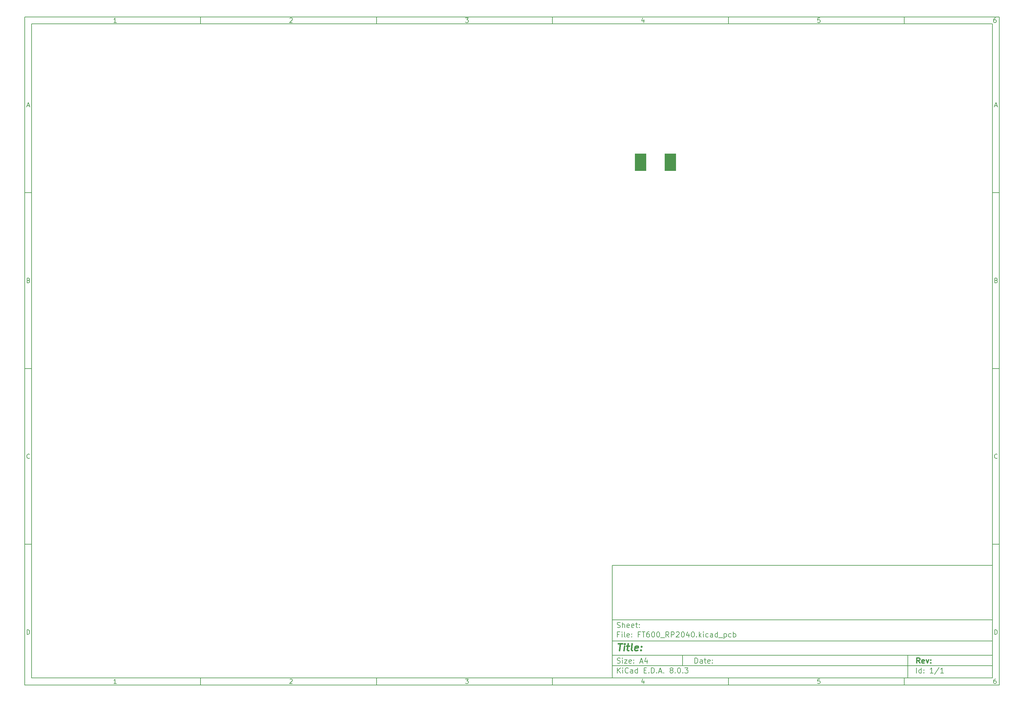
<source format=gbr>
%TF.GenerationSoftware,KiCad,Pcbnew,8.0.3-8.0.3-0~ubuntu22.04.1*%
%TF.CreationDate,2024-09-16T11:35:51+02:00*%
%TF.ProjectId,FT600_RP2040,46543630-305f-4525-9032-3034302e6b69,rev?*%
%TF.SameCoordinates,PX7735940PY61c06a0*%
%TF.FileFunction,Paste,Bot*%
%TF.FilePolarity,Positive*%
%FSLAX46Y46*%
G04 Gerber Fmt 4.6, Leading zero omitted, Abs format (unit mm)*
G04 Created by KiCad (PCBNEW 8.0.3-8.0.3-0~ubuntu22.04.1) date 2024-09-16 11:35:51*
%MOMM*%
%LPD*%
G01*
G04 APERTURE LIST*
%ADD10C,0.100000*%
%ADD11C,0.150000*%
%ADD12C,0.300000*%
%ADD13C,0.400000*%
%ADD14R,3.200000X4.900000*%
G04 APERTURE END LIST*
D10*
D11*
X52002200Y-63507200D02*
X160002200Y-63507200D01*
X160002200Y-95507200D01*
X52002200Y-95507200D01*
X52002200Y-63507200D01*
D10*
D11*
X-115000000Y92500000D02*
X162002200Y92500000D01*
X162002200Y-97507200D01*
X-115000000Y-97507200D01*
X-115000000Y92500000D01*
D10*
D11*
X-113000000Y90500000D02*
X160002200Y90500000D01*
X160002200Y-95507200D01*
X-113000000Y-95507200D01*
X-113000000Y90500000D01*
D10*
D11*
X-65000000Y90500000D02*
X-65000000Y92500000D01*
D10*
D11*
X-15000000Y90500000D02*
X-15000000Y92500000D01*
D10*
D11*
X35000000Y90500000D02*
X35000000Y92500000D01*
D10*
D11*
X85000000Y90500000D02*
X85000000Y92500000D01*
D10*
D11*
X135000000Y90500000D02*
X135000000Y92500000D01*
D10*
D11*
X-88910840Y90906396D02*
X-89653697Y90906396D01*
X-89282269Y90906396D02*
X-89282269Y92206396D01*
X-89282269Y92206396D02*
X-89406078Y92020681D01*
X-89406078Y92020681D02*
X-89529888Y91896872D01*
X-89529888Y91896872D02*
X-89653697Y91834967D01*
D10*
D11*
X-39653697Y92082586D02*
X-39591793Y92144491D01*
X-39591793Y92144491D02*
X-39467983Y92206396D01*
X-39467983Y92206396D02*
X-39158459Y92206396D01*
X-39158459Y92206396D02*
X-39034650Y92144491D01*
X-39034650Y92144491D02*
X-38972745Y92082586D01*
X-38972745Y92082586D02*
X-38910840Y91958777D01*
X-38910840Y91958777D02*
X-38910840Y91834967D01*
X-38910840Y91834967D02*
X-38972745Y91649253D01*
X-38972745Y91649253D02*
X-39715602Y90906396D01*
X-39715602Y90906396D02*
X-38910840Y90906396D01*
D10*
D11*
X10284398Y92206396D02*
X11089160Y92206396D01*
X11089160Y92206396D02*
X10655826Y91711158D01*
X10655826Y91711158D02*
X10841541Y91711158D01*
X10841541Y91711158D02*
X10965350Y91649253D01*
X10965350Y91649253D02*
X11027255Y91587348D01*
X11027255Y91587348D02*
X11089160Y91463539D01*
X11089160Y91463539D02*
X11089160Y91154015D01*
X11089160Y91154015D02*
X11027255Y91030205D01*
X11027255Y91030205D02*
X10965350Y90968300D01*
X10965350Y90968300D02*
X10841541Y90906396D01*
X10841541Y90906396D02*
X10470112Y90906396D01*
X10470112Y90906396D02*
X10346303Y90968300D01*
X10346303Y90968300D02*
X10284398Y91030205D01*
D10*
D11*
X60965350Y91773062D02*
X60965350Y90906396D01*
X60655826Y92268300D02*
X60346303Y91339729D01*
X60346303Y91339729D02*
X61151064Y91339729D01*
D10*
D11*
X111027255Y92206396D02*
X110408207Y92206396D01*
X110408207Y92206396D02*
X110346303Y91587348D01*
X110346303Y91587348D02*
X110408207Y91649253D01*
X110408207Y91649253D02*
X110532017Y91711158D01*
X110532017Y91711158D02*
X110841541Y91711158D01*
X110841541Y91711158D02*
X110965350Y91649253D01*
X110965350Y91649253D02*
X111027255Y91587348D01*
X111027255Y91587348D02*
X111089160Y91463539D01*
X111089160Y91463539D02*
X111089160Y91154015D01*
X111089160Y91154015D02*
X111027255Y91030205D01*
X111027255Y91030205D02*
X110965350Y90968300D01*
X110965350Y90968300D02*
X110841541Y90906396D01*
X110841541Y90906396D02*
X110532017Y90906396D01*
X110532017Y90906396D02*
X110408207Y90968300D01*
X110408207Y90968300D02*
X110346303Y91030205D01*
D10*
D11*
X160965350Y92206396D02*
X160717731Y92206396D01*
X160717731Y92206396D02*
X160593922Y92144491D01*
X160593922Y92144491D02*
X160532017Y92082586D01*
X160532017Y92082586D02*
X160408207Y91896872D01*
X160408207Y91896872D02*
X160346303Y91649253D01*
X160346303Y91649253D02*
X160346303Y91154015D01*
X160346303Y91154015D02*
X160408207Y91030205D01*
X160408207Y91030205D02*
X160470112Y90968300D01*
X160470112Y90968300D02*
X160593922Y90906396D01*
X160593922Y90906396D02*
X160841541Y90906396D01*
X160841541Y90906396D02*
X160965350Y90968300D01*
X160965350Y90968300D02*
X161027255Y91030205D01*
X161027255Y91030205D02*
X161089160Y91154015D01*
X161089160Y91154015D02*
X161089160Y91463539D01*
X161089160Y91463539D02*
X161027255Y91587348D01*
X161027255Y91587348D02*
X160965350Y91649253D01*
X160965350Y91649253D02*
X160841541Y91711158D01*
X160841541Y91711158D02*
X160593922Y91711158D01*
X160593922Y91711158D02*
X160470112Y91649253D01*
X160470112Y91649253D02*
X160408207Y91587348D01*
X160408207Y91587348D02*
X160346303Y91463539D01*
D10*
D11*
X-65000000Y-95507200D02*
X-65000000Y-97507200D01*
D10*
D11*
X-15000000Y-95507200D02*
X-15000000Y-97507200D01*
D10*
D11*
X35000000Y-95507200D02*
X35000000Y-97507200D01*
D10*
D11*
X85000000Y-95507200D02*
X85000000Y-97507200D01*
D10*
D11*
X135000000Y-95507200D02*
X135000000Y-97507200D01*
D10*
D11*
X-88910840Y-97100804D02*
X-89653697Y-97100804D01*
X-89282269Y-97100804D02*
X-89282269Y-95800804D01*
X-89282269Y-95800804D02*
X-89406078Y-95986519D01*
X-89406078Y-95986519D02*
X-89529888Y-96110328D01*
X-89529888Y-96110328D02*
X-89653697Y-96172233D01*
D10*
D11*
X-39653697Y-95924614D02*
X-39591793Y-95862709D01*
X-39591793Y-95862709D02*
X-39467983Y-95800804D01*
X-39467983Y-95800804D02*
X-39158459Y-95800804D01*
X-39158459Y-95800804D02*
X-39034650Y-95862709D01*
X-39034650Y-95862709D02*
X-38972745Y-95924614D01*
X-38972745Y-95924614D02*
X-38910840Y-96048423D01*
X-38910840Y-96048423D02*
X-38910840Y-96172233D01*
X-38910840Y-96172233D02*
X-38972745Y-96357947D01*
X-38972745Y-96357947D02*
X-39715602Y-97100804D01*
X-39715602Y-97100804D02*
X-38910840Y-97100804D01*
D10*
D11*
X10284398Y-95800804D02*
X11089160Y-95800804D01*
X11089160Y-95800804D02*
X10655826Y-96296042D01*
X10655826Y-96296042D02*
X10841541Y-96296042D01*
X10841541Y-96296042D02*
X10965350Y-96357947D01*
X10965350Y-96357947D02*
X11027255Y-96419852D01*
X11027255Y-96419852D02*
X11089160Y-96543661D01*
X11089160Y-96543661D02*
X11089160Y-96853185D01*
X11089160Y-96853185D02*
X11027255Y-96976995D01*
X11027255Y-96976995D02*
X10965350Y-97038900D01*
X10965350Y-97038900D02*
X10841541Y-97100804D01*
X10841541Y-97100804D02*
X10470112Y-97100804D01*
X10470112Y-97100804D02*
X10346303Y-97038900D01*
X10346303Y-97038900D02*
X10284398Y-96976995D01*
D10*
D11*
X60965350Y-96234138D02*
X60965350Y-97100804D01*
X60655826Y-95738900D02*
X60346303Y-96667471D01*
X60346303Y-96667471D02*
X61151064Y-96667471D01*
D10*
D11*
X111027255Y-95800804D02*
X110408207Y-95800804D01*
X110408207Y-95800804D02*
X110346303Y-96419852D01*
X110346303Y-96419852D02*
X110408207Y-96357947D01*
X110408207Y-96357947D02*
X110532017Y-96296042D01*
X110532017Y-96296042D02*
X110841541Y-96296042D01*
X110841541Y-96296042D02*
X110965350Y-96357947D01*
X110965350Y-96357947D02*
X111027255Y-96419852D01*
X111027255Y-96419852D02*
X111089160Y-96543661D01*
X111089160Y-96543661D02*
X111089160Y-96853185D01*
X111089160Y-96853185D02*
X111027255Y-96976995D01*
X111027255Y-96976995D02*
X110965350Y-97038900D01*
X110965350Y-97038900D02*
X110841541Y-97100804D01*
X110841541Y-97100804D02*
X110532017Y-97100804D01*
X110532017Y-97100804D02*
X110408207Y-97038900D01*
X110408207Y-97038900D02*
X110346303Y-96976995D01*
D10*
D11*
X160965350Y-95800804D02*
X160717731Y-95800804D01*
X160717731Y-95800804D02*
X160593922Y-95862709D01*
X160593922Y-95862709D02*
X160532017Y-95924614D01*
X160532017Y-95924614D02*
X160408207Y-96110328D01*
X160408207Y-96110328D02*
X160346303Y-96357947D01*
X160346303Y-96357947D02*
X160346303Y-96853185D01*
X160346303Y-96853185D02*
X160408207Y-96976995D01*
X160408207Y-96976995D02*
X160470112Y-97038900D01*
X160470112Y-97038900D02*
X160593922Y-97100804D01*
X160593922Y-97100804D02*
X160841541Y-97100804D01*
X160841541Y-97100804D02*
X160965350Y-97038900D01*
X160965350Y-97038900D02*
X161027255Y-96976995D01*
X161027255Y-96976995D02*
X161089160Y-96853185D01*
X161089160Y-96853185D02*
X161089160Y-96543661D01*
X161089160Y-96543661D02*
X161027255Y-96419852D01*
X161027255Y-96419852D02*
X160965350Y-96357947D01*
X160965350Y-96357947D02*
X160841541Y-96296042D01*
X160841541Y-96296042D02*
X160593922Y-96296042D01*
X160593922Y-96296042D02*
X160470112Y-96357947D01*
X160470112Y-96357947D02*
X160408207Y-96419852D01*
X160408207Y-96419852D02*
X160346303Y-96543661D01*
D10*
D11*
X-115000000Y42500000D02*
X-113000000Y42500000D01*
D10*
D11*
X-115000000Y-7500000D02*
X-113000000Y-7500000D01*
D10*
D11*
X-115000000Y-57500000D02*
X-113000000Y-57500000D01*
D10*
D11*
X-114309524Y67277824D02*
X-113690477Y67277824D01*
X-114433334Y66906396D02*
X-114000001Y68206396D01*
X-114000001Y68206396D02*
X-113566667Y66906396D01*
D10*
D11*
X-113907143Y17587348D02*
X-113721429Y17525443D01*
X-113721429Y17525443D02*
X-113659524Y17463539D01*
X-113659524Y17463539D02*
X-113597620Y17339729D01*
X-113597620Y17339729D02*
X-113597620Y17154015D01*
X-113597620Y17154015D02*
X-113659524Y17030205D01*
X-113659524Y17030205D02*
X-113721429Y16968300D01*
X-113721429Y16968300D02*
X-113845239Y16906396D01*
X-113845239Y16906396D02*
X-114340477Y16906396D01*
X-114340477Y16906396D02*
X-114340477Y18206396D01*
X-114340477Y18206396D02*
X-113907143Y18206396D01*
X-113907143Y18206396D02*
X-113783334Y18144491D01*
X-113783334Y18144491D02*
X-113721429Y18082586D01*
X-113721429Y18082586D02*
X-113659524Y17958777D01*
X-113659524Y17958777D02*
X-113659524Y17834967D01*
X-113659524Y17834967D02*
X-113721429Y17711158D01*
X-113721429Y17711158D02*
X-113783334Y17649253D01*
X-113783334Y17649253D02*
X-113907143Y17587348D01*
X-113907143Y17587348D02*
X-114340477Y17587348D01*
D10*
D11*
X-113597620Y-32969795D02*
X-113659524Y-33031700D01*
X-113659524Y-33031700D02*
X-113845239Y-33093604D01*
X-113845239Y-33093604D02*
X-113969048Y-33093604D01*
X-113969048Y-33093604D02*
X-114154762Y-33031700D01*
X-114154762Y-33031700D02*
X-114278572Y-32907890D01*
X-114278572Y-32907890D02*
X-114340477Y-32784080D01*
X-114340477Y-32784080D02*
X-114402381Y-32536461D01*
X-114402381Y-32536461D02*
X-114402381Y-32350747D01*
X-114402381Y-32350747D02*
X-114340477Y-32103128D01*
X-114340477Y-32103128D02*
X-114278572Y-31979319D01*
X-114278572Y-31979319D02*
X-114154762Y-31855509D01*
X-114154762Y-31855509D02*
X-113969048Y-31793604D01*
X-113969048Y-31793604D02*
X-113845239Y-31793604D01*
X-113845239Y-31793604D02*
X-113659524Y-31855509D01*
X-113659524Y-31855509D02*
X-113597620Y-31917414D01*
D10*
D11*
X-114340477Y-83093604D02*
X-114340477Y-81793604D01*
X-114340477Y-81793604D02*
X-114030953Y-81793604D01*
X-114030953Y-81793604D02*
X-113845239Y-81855509D01*
X-113845239Y-81855509D02*
X-113721429Y-81979319D01*
X-113721429Y-81979319D02*
X-113659524Y-82103128D01*
X-113659524Y-82103128D02*
X-113597620Y-82350747D01*
X-113597620Y-82350747D02*
X-113597620Y-82536461D01*
X-113597620Y-82536461D02*
X-113659524Y-82784080D01*
X-113659524Y-82784080D02*
X-113721429Y-82907890D01*
X-113721429Y-82907890D02*
X-113845239Y-83031700D01*
X-113845239Y-83031700D02*
X-114030953Y-83093604D01*
X-114030953Y-83093604D02*
X-114340477Y-83093604D01*
D10*
D11*
X162002200Y42500000D02*
X160002200Y42500000D01*
D10*
D11*
X162002200Y-7500000D02*
X160002200Y-7500000D01*
D10*
D11*
X162002200Y-57500000D02*
X160002200Y-57500000D01*
D10*
D11*
X160692676Y67277824D02*
X161311723Y67277824D01*
X160568866Y66906396D02*
X161002199Y68206396D01*
X161002199Y68206396D02*
X161435533Y66906396D01*
D10*
D11*
X161095057Y17587348D02*
X161280771Y17525443D01*
X161280771Y17525443D02*
X161342676Y17463539D01*
X161342676Y17463539D02*
X161404580Y17339729D01*
X161404580Y17339729D02*
X161404580Y17154015D01*
X161404580Y17154015D02*
X161342676Y17030205D01*
X161342676Y17030205D02*
X161280771Y16968300D01*
X161280771Y16968300D02*
X161156961Y16906396D01*
X161156961Y16906396D02*
X160661723Y16906396D01*
X160661723Y16906396D02*
X160661723Y18206396D01*
X160661723Y18206396D02*
X161095057Y18206396D01*
X161095057Y18206396D02*
X161218866Y18144491D01*
X161218866Y18144491D02*
X161280771Y18082586D01*
X161280771Y18082586D02*
X161342676Y17958777D01*
X161342676Y17958777D02*
X161342676Y17834967D01*
X161342676Y17834967D02*
X161280771Y17711158D01*
X161280771Y17711158D02*
X161218866Y17649253D01*
X161218866Y17649253D02*
X161095057Y17587348D01*
X161095057Y17587348D02*
X160661723Y17587348D01*
D10*
D11*
X161404580Y-32969795D02*
X161342676Y-33031700D01*
X161342676Y-33031700D02*
X161156961Y-33093604D01*
X161156961Y-33093604D02*
X161033152Y-33093604D01*
X161033152Y-33093604D02*
X160847438Y-33031700D01*
X160847438Y-33031700D02*
X160723628Y-32907890D01*
X160723628Y-32907890D02*
X160661723Y-32784080D01*
X160661723Y-32784080D02*
X160599819Y-32536461D01*
X160599819Y-32536461D02*
X160599819Y-32350747D01*
X160599819Y-32350747D02*
X160661723Y-32103128D01*
X160661723Y-32103128D02*
X160723628Y-31979319D01*
X160723628Y-31979319D02*
X160847438Y-31855509D01*
X160847438Y-31855509D02*
X161033152Y-31793604D01*
X161033152Y-31793604D02*
X161156961Y-31793604D01*
X161156961Y-31793604D02*
X161342676Y-31855509D01*
X161342676Y-31855509D02*
X161404580Y-31917414D01*
D10*
D11*
X160661723Y-83093604D02*
X160661723Y-81793604D01*
X160661723Y-81793604D02*
X160971247Y-81793604D01*
X160971247Y-81793604D02*
X161156961Y-81855509D01*
X161156961Y-81855509D02*
X161280771Y-81979319D01*
X161280771Y-81979319D02*
X161342676Y-82103128D01*
X161342676Y-82103128D02*
X161404580Y-82350747D01*
X161404580Y-82350747D02*
X161404580Y-82536461D01*
X161404580Y-82536461D02*
X161342676Y-82784080D01*
X161342676Y-82784080D02*
X161280771Y-82907890D01*
X161280771Y-82907890D02*
X161156961Y-83031700D01*
X161156961Y-83031700D02*
X160971247Y-83093604D01*
X160971247Y-83093604D02*
X160661723Y-83093604D01*
D10*
D11*
X75458026Y-91293328D02*
X75458026Y-89793328D01*
X75458026Y-89793328D02*
X75815169Y-89793328D01*
X75815169Y-89793328D02*
X76029455Y-89864757D01*
X76029455Y-89864757D02*
X76172312Y-90007614D01*
X76172312Y-90007614D02*
X76243741Y-90150471D01*
X76243741Y-90150471D02*
X76315169Y-90436185D01*
X76315169Y-90436185D02*
X76315169Y-90650471D01*
X76315169Y-90650471D02*
X76243741Y-90936185D01*
X76243741Y-90936185D02*
X76172312Y-91079042D01*
X76172312Y-91079042D02*
X76029455Y-91221900D01*
X76029455Y-91221900D02*
X75815169Y-91293328D01*
X75815169Y-91293328D02*
X75458026Y-91293328D01*
X77600884Y-91293328D02*
X77600884Y-90507614D01*
X77600884Y-90507614D02*
X77529455Y-90364757D01*
X77529455Y-90364757D02*
X77386598Y-90293328D01*
X77386598Y-90293328D02*
X77100884Y-90293328D01*
X77100884Y-90293328D02*
X76958026Y-90364757D01*
X77600884Y-91221900D02*
X77458026Y-91293328D01*
X77458026Y-91293328D02*
X77100884Y-91293328D01*
X77100884Y-91293328D02*
X76958026Y-91221900D01*
X76958026Y-91221900D02*
X76886598Y-91079042D01*
X76886598Y-91079042D02*
X76886598Y-90936185D01*
X76886598Y-90936185D02*
X76958026Y-90793328D01*
X76958026Y-90793328D02*
X77100884Y-90721900D01*
X77100884Y-90721900D02*
X77458026Y-90721900D01*
X77458026Y-90721900D02*
X77600884Y-90650471D01*
X78100884Y-90293328D02*
X78672312Y-90293328D01*
X78315169Y-89793328D02*
X78315169Y-91079042D01*
X78315169Y-91079042D02*
X78386598Y-91221900D01*
X78386598Y-91221900D02*
X78529455Y-91293328D01*
X78529455Y-91293328D02*
X78672312Y-91293328D01*
X79743741Y-91221900D02*
X79600884Y-91293328D01*
X79600884Y-91293328D02*
X79315170Y-91293328D01*
X79315170Y-91293328D02*
X79172312Y-91221900D01*
X79172312Y-91221900D02*
X79100884Y-91079042D01*
X79100884Y-91079042D02*
X79100884Y-90507614D01*
X79100884Y-90507614D02*
X79172312Y-90364757D01*
X79172312Y-90364757D02*
X79315170Y-90293328D01*
X79315170Y-90293328D02*
X79600884Y-90293328D01*
X79600884Y-90293328D02*
X79743741Y-90364757D01*
X79743741Y-90364757D02*
X79815170Y-90507614D01*
X79815170Y-90507614D02*
X79815170Y-90650471D01*
X79815170Y-90650471D02*
X79100884Y-90793328D01*
X80458026Y-91150471D02*
X80529455Y-91221900D01*
X80529455Y-91221900D02*
X80458026Y-91293328D01*
X80458026Y-91293328D02*
X80386598Y-91221900D01*
X80386598Y-91221900D02*
X80458026Y-91150471D01*
X80458026Y-91150471D02*
X80458026Y-91293328D01*
X80458026Y-90364757D02*
X80529455Y-90436185D01*
X80529455Y-90436185D02*
X80458026Y-90507614D01*
X80458026Y-90507614D02*
X80386598Y-90436185D01*
X80386598Y-90436185D02*
X80458026Y-90364757D01*
X80458026Y-90364757D02*
X80458026Y-90507614D01*
D10*
D11*
X52002200Y-92007200D02*
X160002200Y-92007200D01*
D10*
D11*
X53458026Y-94093328D02*
X53458026Y-92593328D01*
X54315169Y-94093328D02*
X53672312Y-93236185D01*
X54315169Y-92593328D02*
X53458026Y-93450471D01*
X54958026Y-94093328D02*
X54958026Y-93093328D01*
X54958026Y-92593328D02*
X54886598Y-92664757D01*
X54886598Y-92664757D02*
X54958026Y-92736185D01*
X54958026Y-92736185D02*
X55029455Y-92664757D01*
X55029455Y-92664757D02*
X54958026Y-92593328D01*
X54958026Y-92593328D02*
X54958026Y-92736185D01*
X56529455Y-93950471D02*
X56458027Y-94021900D01*
X56458027Y-94021900D02*
X56243741Y-94093328D01*
X56243741Y-94093328D02*
X56100884Y-94093328D01*
X56100884Y-94093328D02*
X55886598Y-94021900D01*
X55886598Y-94021900D02*
X55743741Y-93879042D01*
X55743741Y-93879042D02*
X55672312Y-93736185D01*
X55672312Y-93736185D02*
X55600884Y-93450471D01*
X55600884Y-93450471D02*
X55600884Y-93236185D01*
X55600884Y-93236185D02*
X55672312Y-92950471D01*
X55672312Y-92950471D02*
X55743741Y-92807614D01*
X55743741Y-92807614D02*
X55886598Y-92664757D01*
X55886598Y-92664757D02*
X56100884Y-92593328D01*
X56100884Y-92593328D02*
X56243741Y-92593328D01*
X56243741Y-92593328D02*
X56458027Y-92664757D01*
X56458027Y-92664757D02*
X56529455Y-92736185D01*
X57815170Y-94093328D02*
X57815170Y-93307614D01*
X57815170Y-93307614D02*
X57743741Y-93164757D01*
X57743741Y-93164757D02*
X57600884Y-93093328D01*
X57600884Y-93093328D02*
X57315170Y-93093328D01*
X57315170Y-93093328D02*
X57172312Y-93164757D01*
X57815170Y-94021900D02*
X57672312Y-94093328D01*
X57672312Y-94093328D02*
X57315170Y-94093328D01*
X57315170Y-94093328D02*
X57172312Y-94021900D01*
X57172312Y-94021900D02*
X57100884Y-93879042D01*
X57100884Y-93879042D02*
X57100884Y-93736185D01*
X57100884Y-93736185D02*
X57172312Y-93593328D01*
X57172312Y-93593328D02*
X57315170Y-93521900D01*
X57315170Y-93521900D02*
X57672312Y-93521900D01*
X57672312Y-93521900D02*
X57815170Y-93450471D01*
X59172313Y-94093328D02*
X59172313Y-92593328D01*
X59172313Y-94021900D02*
X59029455Y-94093328D01*
X59029455Y-94093328D02*
X58743741Y-94093328D01*
X58743741Y-94093328D02*
X58600884Y-94021900D01*
X58600884Y-94021900D02*
X58529455Y-93950471D01*
X58529455Y-93950471D02*
X58458027Y-93807614D01*
X58458027Y-93807614D02*
X58458027Y-93379042D01*
X58458027Y-93379042D02*
X58529455Y-93236185D01*
X58529455Y-93236185D02*
X58600884Y-93164757D01*
X58600884Y-93164757D02*
X58743741Y-93093328D01*
X58743741Y-93093328D02*
X59029455Y-93093328D01*
X59029455Y-93093328D02*
X59172313Y-93164757D01*
X61029455Y-93307614D02*
X61529455Y-93307614D01*
X61743741Y-94093328D02*
X61029455Y-94093328D01*
X61029455Y-94093328D02*
X61029455Y-92593328D01*
X61029455Y-92593328D02*
X61743741Y-92593328D01*
X62386598Y-93950471D02*
X62458027Y-94021900D01*
X62458027Y-94021900D02*
X62386598Y-94093328D01*
X62386598Y-94093328D02*
X62315170Y-94021900D01*
X62315170Y-94021900D02*
X62386598Y-93950471D01*
X62386598Y-93950471D02*
X62386598Y-94093328D01*
X63100884Y-94093328D02*
X63100884Y-92593328D01*
X63100884Y-92593328D02*
X63458027Y-92593328D01*
X63458027Y-92593328D02*
X63672313Y-92664757D01*
X63672313Y-92664757D02*
X63815170Y-92807614D01*
X63815170Y-92807614D02*
X63886599Y-92950471D01*
X63886599Y-92950471D02*
X63958027Y-93236185D01*
X63958027Y-93236185D02*
X63958027Y-93450471D01*
X63958027Y-93450471D02*
X63886599Y-93736185D01*
X63886599Y-93736185D02*
X63815170Y-93879042D01*
X63815170Y-93879042D02*
X63672313Y-94021900D01*
X63672313Y-94021900D02*
X63458027Y-94093328D01*
X63458027Y-94093328D02*
X63100884Y-94093328D01*
X64600884Y-93950471D02*
X64672313Y-94021900D01*
X64672313Y-94021900D02*
X64600884Y-94093328D01*
X64600884Y-94093328D02*
X64529456Y-94021900D01*
X64529456Y-94021900D02*
X64600884Y-93950471D01*
X64600884Y-93950471D02*
X64600884Y-94093328D01*
X65243742Y-93664757D02*
X65958028Y-93664757D01*
X65100885Y-94093328D02*
X65600885Y-92593328D01*
X65600885Y-92593328D02*
X66100885Y-94093328D01*
X66600884Y-93950471D02*
X66672313Y-94021900D01*
X66672313Y-94021900D02*
X66600884Y-94093328D01*
X66600884Y-94093328D02*
X66529456Y-94021900D01*
X66529456Y-94021900D02*
X66600884Y-93950471D01*
X66600884Y-93950471D02*
X66600884Y-94093328D01*
X68672313Y-93236185D02*
X68529456Y-93164757D01*
X68529456Y-93164757D02*
X68458027Y-93093328D01*
X68458027Y-93093328D02*
X68386599Y-92950471D01*
X68386599Y-92950471D02*
X68386599Y-92879042D01*
X68386599Y-92879042D02*
X68458027Y-92736185D01*
X68458027Y-92736185D02*
X68529456Y-92664757D01*
X68529456Y-92664757D02*
X68672313Y-92593328D01*
X68672313Y-92593328D02*
X68958027Y-92593328D01*
X68958027Y-92593328D02*
X69100885Y-92664757D01*
X69100885Y-92664757D02*
X69172313Y-92736185D01*
X69172313Y-92736185D02*
X69243742Y-92879042D01*
X69243742Y-92879042D02*
X69243742Y-92950471D01*
X69243742Y-92950471D02*
X69172313Y-93093328D01*
X69172313Y-93093328D02*
X69100885Y-93164757D01*
X69100885Y-93164757D02*
X68958027Y-93236185D01*
X68958027Y-93236185D02*
X68672313Y-93236185D01*
X68672313Y-93236185D02*
X68529456Y-93307614D01*
X68529456Y-93307614D02*
X68458027Y-93379042D01*
X68458027Y-93379042D02*
X68386599Y-93521900D01*
X68386599Y-93521900D02*
X68386599Y-93807614D01*
X68386599Y-93807614D02*
X68458027Y-93950471D01*
X68458027Y-93950471D02*
X68529456Y-94021900D01*
X68529456Y-94021900D02*
X68672313Y-94093328D01*
X68672313Y-94093328D02*
X68958027Y-94093328D01*
X68958027Y-94093328D02*
X69100885Y-94021900D01*
X69100885Y-94021900D02*
X69172313Y-93950471D01*
X69172313Y-93950471D02*
X69243742Y-93807614D01*
X69243742Y-93807614D02*
X69243742Y-93521900D01*
X69243742Y-93521900D02*
X69172313Y-93379042D01*
X69172313Y-93379042D02*
X69100885Y-93307614D01*
X69100885Y-93307614D02*
X68958027Y-93236185D01*
X69886598Y-93950471D02*
X69958027Y-94021900D01*
X69958027Y-94021900D02*
X69886598Y-94093328D01*
X69886598Y-94093328D02*
X69815170Y-94021900D01*
X69815170Y-94021900D02*
X69886598Y-93950471D01*
X69886598Y-93950471D02*
X69886598Y-94093328D01*
X70886599Y-92593328D02*
X71029456Y-92593328D01*
X71029456Y-92593328D02*
X71172313Y-92664757D01*
X71172313Y-92664757D02*
X71243742Y-92736185D01*
X71243742Y-92736185D02*
X71315170Y-92879042D01*
X71315170Y-92879042D02*
X71386599Y-93164757D01*
X71386599Y-93164757D02*
X71386599Y-93521900D01*
X71386599Y-93521900D02*
X71315170Y-93807614D01*
X71315170Y-93807614D02*
X71243742Y-93950471D01*
X71243742Y-93950471D02*
X71172313Y-94021900D01*
X71172313Y-94021900D02*
X71029456Y-94093328D01*
X71029456Y-94093328D02*
X70886599Y-94093328D01*
X70886599Y-94093328D02*
X70743742Y-94021900D01*
X70743742Y-94021900D02*
X70672313Y-93950471D01*
X70672313Y-93950471D02*
X70600884Y-93807614D01*
X70600884Y-93807614D02*
X70529456Y-93521900D01*
X70529456Y-93521900D02*
X70529456Y-93164757D01*
X70529456Y-93164757D02*
X70600884Y-92879042D01*
X70600884Y-92879042D02*
X70672313Y-92736185D01*
X70672313Y-92736185D02*
X70743742Y-92664757D01*
X70743742Y-92664757D02*
X70886599Y-92593328D01*
X72029455Y-93950471D02*
X72100884Y-94021900D01*
X72100884Y-94021900D02*
X72029455Y-94093328D01*
X72029455Y-94093328D02*
X71958027Y-94021900D01*
X71958027Y-94021900D02*
X72029455Y-93950471D01*
X72029455Y-93950471D02*
X72029455Y-94093328D01*
X72600884Y-92593328D02*
X73529456Y-92593328D01*
X73529456Y-92593328D02*
X73029456Y-93164757D01*
X73029456Y-93164757D02*
X73243741Y-93164757D01*
X73243741Y-93164757D02*
X73386599Y-93236185D01*
X73386599Y-93236185D02*
X73458027Y-93307614D01*
X73458027Y-93307614D02*
X73529456Y-93450471D01*
X73529456Y-93450471D02*
X73529456Y-93807614D01*
X73529456Y-93807614D02*
X73458027Y-93950471D01*
X73458027Y-93950471D02*
X73386599Y-94021900D01*
X73386599Y-94021900D02*
X73243741Y-94093328D01*
X73243741Y-94093328D02*
X72815170Y-94093328D01*
X72815170Y-94093328D02*
X72672313Y-94021900D01*
X72672313Y-94021900D02*
X72600884Y-93950471D01*
D10*
D11*
X52002200Y-89007200D02*
X160002200Y-89007200D01*
D10*
D12*
X139413853Y-91285528D02*
X138913853Y-90571242D01*
X138556710Y-91285528D02*
X138556710Y-89785528D01*
X138556710Y-89785528D02*
X139128139Y-89785528D01*
X139128139Y-89785528D02*
X139270996Y-89856957D01*
X139270996Y-89856957D02*
X139342425Y-89928385D01*
X139342425Y-89928385D02*
X139413853Y-90071242D01*
X139413853Y-90071242D02*
X139413853Y-90285528D01*
X139413853Y-90285528D02*
X139342425Y-90428385D01*
X139342425Y-90428385D02*
X139270996Y-90499814D01*
X139270996Y-90499814D02*
X139128139Y-90571242D01*
X139128139Y-90571242D02*
X138556710Y-90571242D01*
X140628139Y-91214100D02*
X140485282Y-91285528D01*
X140485282Y-91285528D02*
X140199568Y-91285528D01*
X140199568Y-91285528D02*
X140056710Y-91214100D01*
X140056710Y-91214100D02*
X139985282Y-91071242D01*
X139985282Y-91071242D02*
X139985282Y-90499814D01*
X139985282Y-90499814D02*
X140056710Y-90356957D01*
X140056710Y-90356957D02*
X140199568Y-90285528D01*
X140199568Y-90285528D02*
X140485282Y-90285528D01*
X140485282Y-90285528D02*
X140628139Y-90356957D01*
X140628139Y-90356957D02*
X140699568Y-90499814D01*
X140699568Y-90499814D02*
X140699568Y-90642671D01*
X140699568Y-90642671D02*
X139985282Y-90785528D01*
X141199567Y-90285528D02*
X141556710Y-91285528D01*
X141556710Y-91285528D02*
X141913853Y-90285528D01*
X142485281Y-91142671D02*
X142556710Y-91214100D01*
X142556710Y-91214100D02*
X142485281Y-91285528D01*
X142485281Y-91285528D02*
X142413853Y-91214100D01*
X142413853Y-91214100D02*
X142485281Y-91142671D01*
X142485281Y-91142671D02*
X142485281Y-91285528D01*
X142485281Y-90356957D02*
X142556710Y-90428385D01*
X142556710Y-90428385D02*
X142485281Y-90499814D01*
X142485281Y-90499814D02*
X142413853Y-90428385D01*
X142413853Y-90428385D02*
X142485281Y-90356957D01*
X142485281Y-90356957D02*
X142485281Y-90499814D01*
D10*
D11*
X53386598Y-91221900D02*
X53600884Y-91293328D01*
X53600884Y-91293328D02*
X53958026Y-91293328D01*
X53958026Y-91293328D02*
X54100884Y-91221900D01*
X54100884Y-91221900D02*
X54172312Y-91150471D01*
X54172312Y-91150471D02*
X54243741Y-91007614D01*
X54243741Y-91007614D02*
X54243741Y-90864757D01*
X54243741Y-90864757D02*
X54172312Y-90721900D01*
X54172312Y-90721900D02*
X54100884Y-90650471D01*
X54100884Y-90650471D02*
X53958026Y-90579042D01*
X53958026Y-90579042D02*
X53672312Y-90507614D01*
X53672312Y-90507614D02*
X53529455Y-90436185D01*
X53529455Y-90436185D02*
X53458026Y-90364757D01*
X53458026Y-90364757D02*
X53386598Y-90221900D01*
X53386598Y-90221900D02*
X53386598Y-90079042D01*
X53386598Y-90079042D02*
X53458026Y-89936185D01*
X53458026Y-89936185D02*
X53529455Y-89864757D01*
X53529455Y-89864757D02*
X53672312Y-89793328D01*
X53672312Y-89793328D02*
X54029455Y-89793328D01*
X54029455Y-89793328D02*
X54243741Y-89864757D01*
X54886597Y-91293328D02*
X54886597Y-90293328D01*
X54886597Y-89793328D02*
X54815169Y-89864757D01*
X54815169Y-89864757D02*
X54886597Y-89936185D01*
X54886597Y-89936185D02*
X54958026Y-89864757D01*
X54958026Y-89864757D02*
X54886597Y-89793328D01*
X54886597Y-89793328D02*
X54886597Y-89936185D01*
X55458026Y-90293328D02*
X56243741Y-90293328D01*
X56243741Y-90293328D02*
X55458026Y-91293328D01*
X55458026Y-91293328D02*
X56243741Y-91293328D01*
X57386598Y-91221900D02*
X57243741Y-91293328D01*
X57243741Y-91293328D02*
X56958027Y-91293328D01*
X56958027Y-91293328D02*
X56815169Y-91221900D01*
X56815169Y-91221900D02*
X56743741Y-91079042D01*
X56743741Y-91079042D02*
X56743741Y-90507614D01*
X56743741Y-90507614D02*
X56815169Y-90364757D01*
X56815169Y-90364757D02*
X56958027Y-90293328D01*
X56958027Y-90293328D02*
X57243741Y-90293328D01*
X57243741Y-90293328D02*
X57386598Y-90364757D01*
X57386598Y-90364757D02*
X57458027Y-90507614D01*
X57458027Y-90507614D02*
X57458027Y-90650471D01*
X57458027Y-90650471D02*
X56743741Y-90793328D01*
X58100883Y-91150471D02*
X58172312Y-91221900D01*
X58172312Y-91221900D02*
X58100883Y-91293328D01*
X58100883Y-91293328D02*
X58029455Y-91221900D01*
X58029455Y-91221900D02*
X58100883Y-91150471D01*
X58100883Y-91150471D02*
X58100883Y-91293328D01*
X58100883Y-90364757D02*
X58172312Y-90436185D01*
X58172312Y-90436185D02*
X58100883Y-90507614D01*
X58100883Y-90507614D02*
X58029455Y-90436185D01*
X58029455Y-90436185D02*
X58100883Y-90364757D01*
X58100883Y-90364757D02*
X58100883Y-90507614D01*
X59886598Y-90864757D02*
X60600884Y-90864757D01*
X59743741Y-91293328D02*
X60243741Y-89793328D01*
X60243741Y-89793328D02*
X60743741Y-91293328D01*
X61886598Y-90293328D02*
X61886598Y-91293328D01*
X61529455Y-89721900D02*
X61172312Y-90793328D01*
X61172312Y-90793328D02*
X62100883Y-90793328D01*
D10*
D11*
X138458026Y-94093328D02*
X138458026Y-92593328D01*
X139815170Y-94093328D02*
X139815170Y-92593328D01*
X139815170Y-94021900D02*
X139672312Y-94093328D01*
X139672312Y-94093328D02*
X139386598Y-94093328D01*
X139386598Y-94093328D02*
X139243741Y-94021900D01*
X139243741Y-94021900D02*
X139172312Y-93950471D01*
X139172312Y-93950471D02*
X139100884Y-93807614D01*
X139100884Y-93807614D02*
X139100884Y-93379042D01*
X139100884Y-93379042D02*
X139172312Y-93236185D01*
X139172312Y-93236185D02*
X139243741Y-93164757D01*
X139243741Y-93164757D02*
X139386598Y-93093328D01*
X139386598Y-93093328D02*
X139672312Y-93093328D01*
X139672312Y-93093328D02*
X139815170Y-93164757D01*
X140529455Y-93950471D02*
X140600884Y-94021900D01*
X140600884Y-94021900D02*
X140529455Y-94093328D01*
X140529455Y-94093328D02*
X140458027Y-94021900D01*
X140458027Y-94021900D02*
X140529455Y-93950471D01*
X140529455Y-93950471D02*
X140529455Y-94093328D01*
X140529455Y-93164757D02*
X140600884Y-93236185D01*
X140600884Y-93236185D02*
X140529455Y-93307614D01*
X140529455Y-93307614D02*
X140458027Y-93236185D01*
X140458027Y-93236185D02*
X140529455Y-93164757D01*
X140529455Y-93164757D02*
X140529455Y-93307614D01*
X143172313Y-94093328D02*
X142315170Y-94093328D01*
X142743741Y-94093328D02*
X142743741Y-92593328D01*
X142743741Y-92593328D02*
X142600884Y-92807614D01*
X142600884Y-92807614D02*
X142458027Y-92950471D01*
X142458027Y-92950471D02*
X142315170Y-93021900D01*
X144886598Y-92521900D02*
X143600884Y-94450471D01*
X146172313Y-94093328D02*
X145315170Y-94093328D01*
X145743741Y-94093328D02*
X145743741Y-92593328D01*
X145743741Y-92593328D02*
X145600884Y-92807614D01*
X145600884Y-92807614D02*
X145458027Y-92950471D01*
X145458027Y-92950471D02*
X145315170Y-93021900D01*
D10*
D11*
X52002200Y-85007200D02*
X160002200Y-85007200D01*
D10*
D13*
X53693928Y-85711638D02*
X54836785Y-85711638D01*
X54015357Y-87711638D02*
X54265357Y-85711638D01*
X55253452Y-87711638D02*
X55420119Y-86378304D01*
X55503452Y-85711638D02*
X55396309Y-85806876D01*
X55396309Y-85806876D02*
X55479643Y-85902114D01*
X55479643Y-85902114D02*
X55586786Y-85806876D01*
X55586786Y-85806876D02*
X55503452Y-85711638D01*
X55503452Y-85711638D02*
X55479643Y-85902114D01*
X56086786Y-86378304D02*
X56848690Y-86378304D01*
X56455833Y-85711638D02*
X56241548Y-87425923D01*
X56241548Y-87425923D02*
X56312976Y-87616400D01*
X56312976Y-87616400D02*
X56491548Y-87711638D01*
X56491548Y-87711638D02*
X56682024Y-87711638D01*
X57634405Y-87711638D02*
X57455833Y-87616400D01*
X57455833Y-87616400D02*
X57384405Y-87425923D01*
X57384405Y-87425923D02*
X57598690Y-85711638D01*
X59170119Y-87616400D02*
X58967738Y-87711638D01*
X58967738Y-87711638D02*
X58586785Y-87711638D01*
X58586785Y-87711638D02*
X58408214Y-87616400D01*
X58408214Y-87616400D02*
X58336785Y-87425923D01*
X58336785Y-87425923D02*
X58432024Y-86664019D01*
X58432024Y-86664019D02*
X58551071Y-86473542D01*
X58551071Y-86473542D02*
X58753452Y-86378304D01*
X58753452Y-86378304D02*
X59134404Y-86378304D01*
X59134404Y-86378304D02*
X59312976Y-86473542D01*
X59312976Y-86473542D02*
X59384404Y-86664019D01*
X59384404Y-86664019D02*
X59360595Y-86854495D01*
X59360595Y-86854495D02*
X58384404Y-87044971D01*
X60134405Y-87521161D02*
X60217738Y-87616400D01*
X60217738Y-87616400D02*
X60110595Y-87711638D01*
X60110595Y-87711638D02*
X60027262Y-87616400D01*
X60027262Y-87616400D02*
X60134405Y-87521161D01*
X60134405Y-87521161D02*
X60110595Y-87711638D01*
X60265357Y-86473542D02*
X60348690Y-86568780D01*
X60348690Y-86568780D02*
X60241548Y-86664019D01*
X60241548Y-86664019D02*
X60158214Y-86568780D01*
X60158214Y-86568780D02*
X60265357Y-86473542D01*
X60265357Y-86473542D02*
X60241548Y-86664019D01*
D10*
D11*
X53958026Y-83107614D02*
X53458026Y-83107614D01*
X53458026Y-83893328D02*
X53458026Y-82393328D01*
X53458026Y-82393328D02*
X54172312Y-82393328D01*
X54743740Y-83893328D02*
X54743740Y-82893328D01*
X54743740Y-82393328D02*
X54672312Y-82464757D01*
X54672312Y-82464757D02*
X54743740Y-82536185D01*
X54743740Y-82536185D02*
X54815169Y-82464757D01*
X54815169Y-82464757D02*
X54743740Y-82393328D01*
X54743740Y-82393328D02*
X54743740Y-82536185D01*
X55672312Y-83893328D02*
X55529455Y-83821900D01*
X55529455Y-83821900D02*
X55458026Y-83679042D01*
X55458026Y-83679042D02*
X55458026Y-82393328D01*
X56815169Y-83821900D02*
X56672312Y-83893328D01*
X56672312Y-83893328D02*
X56386598Y-83893328D01*
X56386598Y-83893328D02*
X56243740Y-83821900D01*
X56243740Y-83821900D02*
X56172312Y-83679042D01*
X56172312Y-83679042D02*
X56172312Y-83107614D01*
X56172312Y-83107614D02*
X56243740Y-82964757D01*
X56243740Y-82964757D02*
X56386598Y-82893328D01*
X56386598Y-82893328D02*
X56672312Y-82893328D01*
X56672312Y-82893328D02*
X56815169Y-82964757D01*
X56815169Y-82964757D02*
X56886598Y-83107614D01*
X56886598Y-83107614D02*
X56886598Y-83250471D01*
X56886598Y-83250471D02*
X56172312Y-83393328D01*
X57529454Y-83750471D02*
X57600883Y-83821900D01*
X57600883Y-83821900D02*
X57529454Y-83893328D01*
X57529454Y-83893328D02*
X57458026Y-83821900D01*
X57458026Y-83821900D02*
X57529454Y-83750471D01*
X57529454Y-83750471D02*
X57529454Y-83893328D01*
X57529454Y-82964757D02*
X57600883Y-83036185D01*
X57600883Y-83036185D02*
X57529454Y-83107614D01*
X57529454Y-83107614D02*
X57458026Y-83036185D01*
X57458026Y-83036185D02*
X57529454Y-82964757D01*
X57529454Y-82964757D02*
X57529454Y-83107614D01*
X59886597Y-83107614D02*
X59386597Y-83107614D01*
X59386597Y-83893328D02*
X59386597Y-82393328D01*
X59386597Y-82393328D02*
X60100883Y-82393328D01*
X60458026Y-82393328D02*
X61315169Y-82393328D01*
X60886597Y-83893328D02*
X60886597Y-82393328D01*
X62458026Y-82393328D02*
X62172311Y-82393328D01*
X62172311Y-82393328D02*
X62029454Y-82464757D01*
X62029454Y-82464757D02*
X61958026Y-82536185D01*
X61958026Y-82536185D02*
X61815168Y-82750471D01*
X61815168Y-82750471D02*
X61743740Y-83036185D01*
X61743740Y-83036185D02*
X61743740Y-83607614D01*
X61743740Y-83607614D02*
X61815168Y-83750471D01*
X61815168Y-83750471D02*
X61886597Y-83821900D01*
X61886597Y-83821900D02*
X62029454Y-83893328D01*
X62029454Y-83893328D02*
X62315168Y-83893328D01*
X62315168Y-83893328D02*
X62458026Y-83821900D01*
X62458026Y-83821900D02*
X62529454Y-83750471D01*
X62529454Y-83750471D02*
X62600883Y-83607614D01*
X62600883Y-83607614D02*
X62600883Y-83250471D01*
X62600883Y-83250471D02*
X62529454Y-83107614D01*
X62529454Y-83107614D02*
X62458026Y-83036185D01*
X62458026Y-83036185D02*
X62315168Y-82964757D01*
X62315168Y-82964757D02*
X62029454Y-82964757D01*
X62029454Y-82964757D02*
X61886597Y-83036185D01*
X61886597Y-83036185D02*
X61815168Y-83107614D01*
X61815168Y-83107614D02*
X61743740Y-83250471D01*
X63529454Y-82393328D02*
X63672311Y-82393328D01*
X63672311Y-82393328D02*
X63815168Y-82464757D01*
X63815168Y-82464757D02*
X63886597Y-82536185D01*
X63886597Y-82536185D02*
X63958025Y-82679042D01*
X63958025Y-82679042D02*
X64029454Y-82964757D01*
X64029454Y-82964757D02*
X64029454Y-83321900D01*
X64029454Y-83321900D02*
X63958025Y-83607614D01*
X63958025Y-83607614D02*
X63886597Y-83750471D01*
X63886597Y-83750471D02*
X63815168Y-83821900D01*
X63815168Y-83821900D02*
X63672311Y-83893328D01*
X63672311Y-83893328D02*
X63529454Y-83893328D01*
X63529454Y-83893328D02*
X63386597Y-83821900D01*
X63386597Y-83821900D02*
X63315168Y-83750471D01*
X63315168Y-83750471D02*
X63243739Y-83607614D01*
X63243739Y-83607614D02*
X63172311Y-83321900D01*
X63172311Y-83321900D02*
X63172311Y-82964757D01*
X63172311Y-82964757D02*
X63243739Y-82679042D01*
X63243739Y-82679042D02*
X63315168Y-82536185D01*
X63315168Y-82536185D02*
X63386597Y-82464757D01*
X63386597Y-82464757D02*
X63529454Y-82393328D01*
X64958025Y-82393328D02*
X65100882Y-82393328D01*
X65100882Y-82393328D02*
X65243739Y-82464757D01*
X65243739Y-82464757D02*
X65315168Y-82536185D01*
X65315168Y-82536185D02*
X65386596Y-82679042D01*
X65386596Y-82679042D02*
X65458025Y-82964757D01*
X65458025Y-82964757D02*
X65458025Y-83321900D01*
X65458025Y-83321900D02*
X65386596Y-83607614D01*
X65386596Y-83607614D02*
X65315168Y-83750471D01*
X65315168Y-83750471D02*
X65243739Y-83821900D01*
X65243739Y-83821900D02*
X65100882Y-83893328D01*
X65100882Y-83893328D02*
X64958025Y-83893328D01*
X64958025Y-83893328D02*
X64815168Y-83821900D01*
X64815168Y-83821900D02*
X64743739Y-83750471D01*
X64743739Y-83750471D02*
X64672310Y-83607614D01*
X64672310Y-83607614D02*
X64600882Y-83321900D01*
X64600882Y-83321900D02*
X64600882Y-82964757D01*
X64600882Y-82964757D02*
X64672310Y-82679042D01*
X64672310Y-82679042D02*
X64743739Y-82536185D01*
X64743739Y-82536185D02*
X64815168Y-82464757D01*
X64815168Y-82464757D02*
X64958025Y-82393328D01*
X65743739Y-84036185D02*
X66886596Y-84036185D01*
X68100881Y-83893328D02*
X67600881Y-83179042D01*
X67243738Y-83893328D02*
X67243738Y-82393328D01*
X67243738Y-82393328D02*
X67815167Y-82393328D01*
X67815167Y-82393328D02*
X67958024Y-82464757D01*
X67958024Y-82464757D02*
X68029453Y-82536185D01*
X68029453Y-82536185D02*
X68100881Y-82679042D01*
X68100881Y-82679042D02*
X68100881Y-82893328D01*
X68100881Y-82893328D02*
X68029453Y-83036185D01*
X68029453Y-83036185D02*
X67958024Y-83107614D01*
X67958024Y-83107614D02*
X67815167Y-83179042D01*
X67815167Y-83179042D02*
X67243738Y-83179042D01*
X68743738Y-83893328D02*
X68743738Y-82393328D01*
X68743738Y-82393328D02*
X69315167Y-82393328D01*
X69315167Y-82393328D02*
X69458024Y-82464757D01*
X69458024Y-82464757D02*
X69529453Y-82536185D01*
X69529453Y-82536185D02*
X69600881Y-82679042D01*
X69600881Y-82679042D02*
X69600881Y-82893328D01*
X69600881Y-82893328D02*
X69529453Y-83036185D01*
X69529453Y-83036185D02*
X69458024Y-83107614D01*
X69458024Y-83107614D02*
X69315167Y-83179042D01*
X69315167Y-83179042D02*
X68743738Y-83179042D01*
X70172310Y-82536185D02*
X70243738Y-82464757D01*
X70243738Y-82464757D02*
X70386596Y-82393328D01*
X70386596Y-82393328D02*
X70743738Y-82393328D01*
X70743738Y-82393328D02*
X70886596Y-82464757D01*
X70886596Y-82464757D02*
X70958024Y-82536185D01*
X70958024Y-82536185D02*
X71029453Y-82679042D01*
X71029453Y-82679042D02*
X71029453Y-82821900D01*
X71029453Y-82821900D02*
X70958024Y-83036185D01*
X70958024Y-83036185D02*
X70100881Y-83893328D01*
X70100881Y-83893328D02*
X71029453Y-83893328D01*
X71958024Y-82393328D02*
X72100881Y-82393328D01*
X72100881Y-82393328D02*
X72243738Y-82464757D01*
X72243738Y-82464757D02*
X72315167Y-82536185D01*
X72315167Y-82536185D02*
X72386595Y-82679042D01*
X72386595Y-82679042D02*
X72458024Y-82964757D01*
X72458024Y-82964757D02*
X72458024Y-83321900D01*
X72458024Y-83321900D02*
X72386595Y-83607614D01*
X72386595Y-83607614D02*
X72315167Y-83750471D01*
X72315167Y-83750471D02*
X72243738Y-83821900D01*
X72243738Y-83821900D02*
X72100881Y-83893328D01*
X72100881Y-83893328D02*
X71958024Y-83893328D01*
X71958024Y-83893328D02*
X71815167Y-83821900D01*
X71815167Y-83821900D02*
X71743738Y-83750471D01*
X71743738Y-83750471D02*
X71672309Y-83607614D01*
X71672309Y-83607614D02*
X71600881Y-83321900D01*
X71600881Y-83321900D02*
X71600881Y-82964757D01*
X71600881Y-82964757D02*
X71672309Y-82679042D01*
X71672309Y-82679042D02*
X71743738Y-82536185D01*
X71743738Y-82536185D02*
X71815167Y-82464757D01*
X71815167Y-82464757D02*
X71958024Y-82393328D01*
X73743738Y-82893328D02*
X73743738Y-83893328D01*
X73386595Y-82321900D02*
X73029452Y-83393328D01*
X73029452Y-83393328D02*
X73958023Y-83393328D01*
X74815166Y-82393328D02*
X74958023Y-82393328D01*
X74958023Y-82393328D02*
X75100880Y-82464757D01*
X75100880Y-82464757D02*
X75172309Y-82536185D01*
X75172309Y-82536185D02*
X75243737Y-82679042D01*
X75243737Y-82679042D02*
X75315166Y-82964757D01*
X75315166Y-82964757D02*
X75315166Y-83321900D01*
X75315166Y-83321900D02*
X75243737Y-83607614D01*
X75243737Y-83607614D02*
X75172309Y-83750471D01*
X75172309Y-83750471D02*
X75100880Y-83821900D01*
X75100880Y-83821900D02*
X74958023Y-83893328D01*
X74958023Y-83893328D02*
X74815166Y-83893328D01*
X74815166Y-83893328D02*
X74672309Y-83821900D01*
X74672309Y-83821900D02*
X74600880Y-83750471D01*
X74600880Y-83750471D02*
X74529451Y-83607614D01*
X74529451Y-83607614D02*
X74458023Y-83321900D01*
X74458023Y-83321900D02*
X74458023Y-82964757D01*
X74458023Y-82964757D02*
X74529451Y-82679042D01*
X74529451Y-82679042D02*
X74600880Y-82536185D01*
X74600880Y-82536185D02*
X74672309Y-82464757D01*
X74672309Y-82464757D02*
X74815166Y-82393328D01*
X75958022Y-83750471D02*
X76029451Y-83821900D01*
X76029451Y-83821900D02*
X75958022Y-83893328D01*
X75958022Y-83893328D02*
X75886594Y-83821900D01*
X75886594Y-83821900D02*
X75958022Y-83750471D01*
X75958022Y-83750471D02*
X75958022Y-83893328D01*
X76672308Y-83893328D02*
X76672308Y-82393328D01*
X76815166Y-83321900D02*
X77243737Y-83893328D01*
X77243737Y-82893328D02*
X76672308Y-83464757D01*
X77886594Y-83893328D02*
X77886594Y-82893328D01*
X77886594Y-82393328D02*
X77815166Y-82464757D01*
X77815166Y-82464757D02*
X77886594Y-82536185D01*
X77886594Y-82536185D02*
X77958023Y-82464757D01*
X77958023Y-82464757D02*
X77886594Y-82393328D01*
X77886594Y-82393328D02*
X77886594Y-82536185D01*
X79243738Y-83821900D02*
X79100880Y-83893328D01*
X79100880Y-83893328D02*
X78815166Y-83893328D01*
X78815166Y-83893328D02*
X78672309Y-83821900D01*
X78672309Y-83821900D02*
X78600880Y-83750471D01*
X78600880Y-83750471D02*
X78529452Y-83607614D01*
X78529452Y-83607614D02*
X78529452Y-83179042D01*
X78529452Y-83179042D02*
X78600880Y-83036185D01*
X78600880Y-83036185D02*
X78672309Y-82964757D01*
X78672309Y-82964757D02*
X78815166Y-82893328D01*
X78815166Y-82893328D02*
X79100880Y-82893328D01*
X79100880Y-82893328D02*
X79243738Y-82964757D01*
X80529452Y-83893328D02*
X80529452Y-83107614D01*
X80529452Y-83107614D02*
X80458023Y-82964757D01*
X80458023Y-82964757D02*
X80315166Y-82893328D01*
X80315166Y-82893328D02*
X80029452Y-82893328D01*
X80029452Y-82893328D02*
X79886594Y-82964757D01*
X80529452Y-83821900D02*
X80386594Y-83893328D01*
X80386594Y-83893328D02*
X80029452Y-83893328D01*
X80029452Y-83893328D02*
X79886594Y-83821900D01*
X79886594Y-83821900D02*
X79815166Y-83679042D01*
X79815166Y-83679042D02*
X79815166Y-83536185D01*
X79815166Y-83536185D02*
X79886594Y-83393328D01*
X79886594Y-83393328D02*
X80029452Y-83321900D01*
X80029452Y-83321900D02*
X80386594Y-83321900D01*
X80386594Y-83321900D02*
X80529452Y-83250471D01*
X81886595Y-83893328D02*
X81886595Y-82393328D01*
X81886595Y-83821900D02*
X81743737Y-83893328D01*
X81743737Y-83893328D02*
X81458023Y-83893328D01*
X81458023Y-83893328D02*
X81315166Y-83821900D01*
X81315166Y-83821900D02*
X81243737Y-83750471D01*
X81243737Y-83750471D02*
X81172309Y-83607614D01*
X81172309Y-83607614D02*
X81172309Y-83179042D01*
X81172309Y-83179042D02*
X81243737Y-83036185D01*
X81243737Y-83036185D02*
X81315166Y-82964757D01*
X81315166Y-82964757D02*
X81458023Y-82893328D01*
X81458023Y-82893328D02*
X81743737Y-82893328D01*
X81743737Y-82893328D02*
X81886595Y-82964757D01*
X82243738Y-84036185D02*
X83386595Y-84036185D01*
X83743737Y-82893328D02*
X83743737Y-84393328D01*
X83743737Y-82964757D02*
X83886595Y-82893328D01*
X83886595Y-82893328D02*
X84172309Y-82893328D01*
X84172309Y-82893328D02*
X84315166Y-82964757D01*
X84315166Y-82964757D02*
X84386595Y-83036185D01*
X84386595Y-83036185D02*
X84458023Y-83179042D01*
X84458023Y-83179042D02*
X84458023Y-83607614D01*
X84458023Y-83607614D02*
X84386595Y-83750471D01*
X84386595Y-83750471D02*
X84315166Y-83821900D01*
X84315166Y-83821900D02*
X84172309Y-83893328D01*
X84172309Y-83893328D02*
X83886595Y-83893328D01*
X83886595Y-83893328D02*
X83743737Y-83821900D01*
X85743738Y-83821900D02*
X85600880Y-83893328D01*
X85600880Y-83893328D02*
X85315166Y-83893328D01*
X85315166Y-83893328D02*
X85172309Y-83821900D01*
X85172309Y-83821900D02*
X85100880Y-83750471D01*
X85100880Y-83750471D02*
X85029452Y-83607614D01*
X85029452Y-83607614D02*
X85029452Y-83179042D01*
X85029452Y-83179042D02*
X85100880Y-83036185D01*
X85100880Y-83036185D02*
X85172309Y-82964757D01*
X85172309Y-82964757D02*
X85315166Y-82893328D01*
X85315166Y-82893328D02*
X85600880Y-82893328D01*
X85600880Y-82893328D02*
X85743738Y-82964757D01*
X86386594Y-83893328D02*
X86386594Y-82393328D01*
X86386594Y-82964757D02*
X86529452Y-82893328D01*
X86529452Y-82893328D02*
X86815166Y-82893328D01*
X86815166Y-82893328D02*
X86958023Y-82964757D01*
X86958023Y-82964757D02*
X87029452Y-83036185D01*
X87029452Y-83036185D02*
X87100880Y-83179042D01*
X87100880Y-83179042D02*
X87100880Y-83607614D01*
X87100880Y-83607614D02*
X87029452Y-83750471D01*
X87029452Y-83750471D02*
X86958023Y-83821900D01*
X86958023Y-83821900D02*
X86815166Y-83893328D01*
X86815166Y-83893328D02*
X86529452Y-83893328D01*
X86529452Y-83893328D02*
X86386594Y-83821900D01*
D10*
D11*
X52002200Y-79007200D02*
X160002200Y-79007200D01*
D10*
D11*
X53386598Y-81121900D02*
X53600884Y-81193328D01*
X53600884Y-81193328D02*
X53958026Y-81193328D01*
X53958026Y-81193328D02*
X54100884Y-81121900D01*
X54100884Y-81121900D02*
X54172312Y-81050471D01*
X54172312Y-81050471D02*
X54243741Y-80907614D01*
X54243741Y-80907614D02*
X54243741Y-80764757D01*
X54243741Y-80764757D02*
X54172312Y-80621900D01*
X54172312Y-80621900D02*
X54100884Y-80550471D01*
X54100884Y-80550471D02*
X53958026Y-80479042D01*
X53958026Y-80479042D02*
X53672312Y-80407614D01*
X53672312Y-80407614D02*
X53529455Y-80336185D01*
X53529455Y-80336185D02*
X53458026Y-80264757D01*
X53458026Y-80264757D02*
X53386598Y-80121900D01*
X53386598Y-80121900D02*
X53386598Y-79979042D01*
X53386598Y-79979042D02*
X53458026Y-79836185D01*
X53458026Y-79836185D02*
X53529455Y-79764757D01*
X53529455Y-79764757D02*
X53672312Y-79693328D01*
X53672312Y-79693328D02*
X54029455Y-79693328D01*
X54029455Y-79693328D02*
X54243741Y-79764757D01*
X54886597Y-81193328D02*
X54886597Y-79693328D01*
X55529455Y-81193328D02*
X55529455Y-80407614D01*
X55529455Y-80407614D02*
X55458026Y-80264757D01*
X55458026Y-80264757D02*
X55315169Y-80193328D01*
X55315169Y-80193328D02*
X55100883Y-80193328D01*
X55100883Y-80193328D02*
X54958026Y-80264757D01*
X54958026Y-80264757D02*
X54886597Y-80336185D01*
X56815169Y-81121900D02*
X56672312Y-81193328D01*
X56672312Y-81193328D02*
X56386598Y-81193328D01*
X56386598Y-81193328D02*
X56243740Y-81121900D01*
X56243740Y-81121900D02*
X56172312Y-80979042D01*
X56172312Y-80979042D02*
X56172312Y-80407614D01*
X56172312Y-80407614D02*
X56243740Y-80264757D01*
X56243740Y-80264757D02*
X56386598Y-80193328D01*
X56386598Y-80193328D02*
X56672312Y-80193328D01*
X56672312Y-80193328D02*
X56815169Y-80264757D01*
X56815169Y-80264757D02*
X56886598Y-80407614D01*
X56886598Y-80407614D02*
X56886598Y-80550471D01*
X56886598Y-80550471D02*
X56172312Y-80693328D01*
X58100883Y-81121900D02*
X57958026Y-81193328D01*
X57958026Y-81193328D02*
X57672312Y-81193328D01*
X57672312Y-81193328D02*
X57529454Y-81121900D01*
X57529454Y-81121900D02*
X57458026Y-80979042D01*
X57458026Y-80979042D02*
X57458026Y-80407614D01*
X57458026Y-80407614D02*
X57529454Y-80264757D01*
X57529454Y-80264757D02*
X57672312Y-80193328D01*
X57672312Y-80193328D02*
X57958026Y-80193328D01*
X57958026Y-80193328D02*
X58100883Y-80264757D01*
X58100883Y-80264757D02*
X58172312Y-80407614D01*
X58172312Y-80407614D02*
X58172312Y-80550471D01*
X58172312Y-80550471D02*
X57458026Y-80693328D01*
X58600883Y-80193328D02*
X59172311Y-80193328D01*
X58815168Y-79693328D02*
X58815168Y-80979042D01*
X58815168Y-80979042D02*
X58886597Y-81121900D01*
X58886597Y-81121900D02*
X59029454Y-81193328D01*
X59029454Y-81193328D02*
X59172311Y-81193328D01*
X59672311Y-81050471D02*
X59743740Y-81121900D01*
X59743740Y-81121900D02*
X59672311Y-81193328D01*
X59672311Y-81193328D02*
X59600883Y-81121900D01*
X59600883Y-81121900D02*
X59672311Y-81050471D01*
X59672311Y-81050471D02*
X59672311Y-81193328D01*
X59672311Y-80264757D02*
X59743740Y-80336185D01*
X59743740Y-80336185D02*
X59672311Y-80407614D01*
X59672311Y-80407614D02*
X59600883Y-80336185D01*
X59600883Y-80336185D02*
X59672311Y-80264757D01*
X59672311Y-80264757D02*
X59672311Y-80407614D01*
D10*
D11*
X72002200Y-89007200D02*
X72002200Y-92007200D01*
D10*
D11*
X136002200Y-89007200D02*
X136002200Y-95507200D01*
D14*
%TO.C,J7*%
X68500000Y51175000D03*
X60000000Y51175000D03*
%TD*%
M02*

</source>
